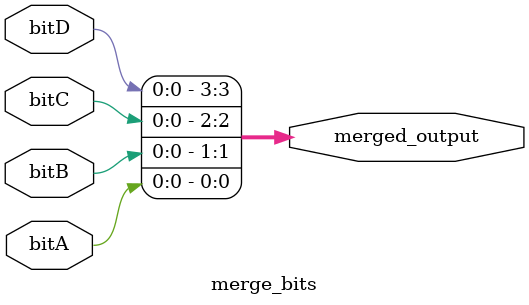
<source format=sv>
module merge_bits(
    input logic bitD,  // Most significant bit (MSB)
    input logic bitC,
    input logic bitB,
    input logic bitA,  // Least significant bit (LSB)
    output logic [3:0] merged_output  // 4-bit output
);

    always_comb begin
        merged_output = {bitD, bitC, bitB, bitA};
    end

endmodule
</source>
